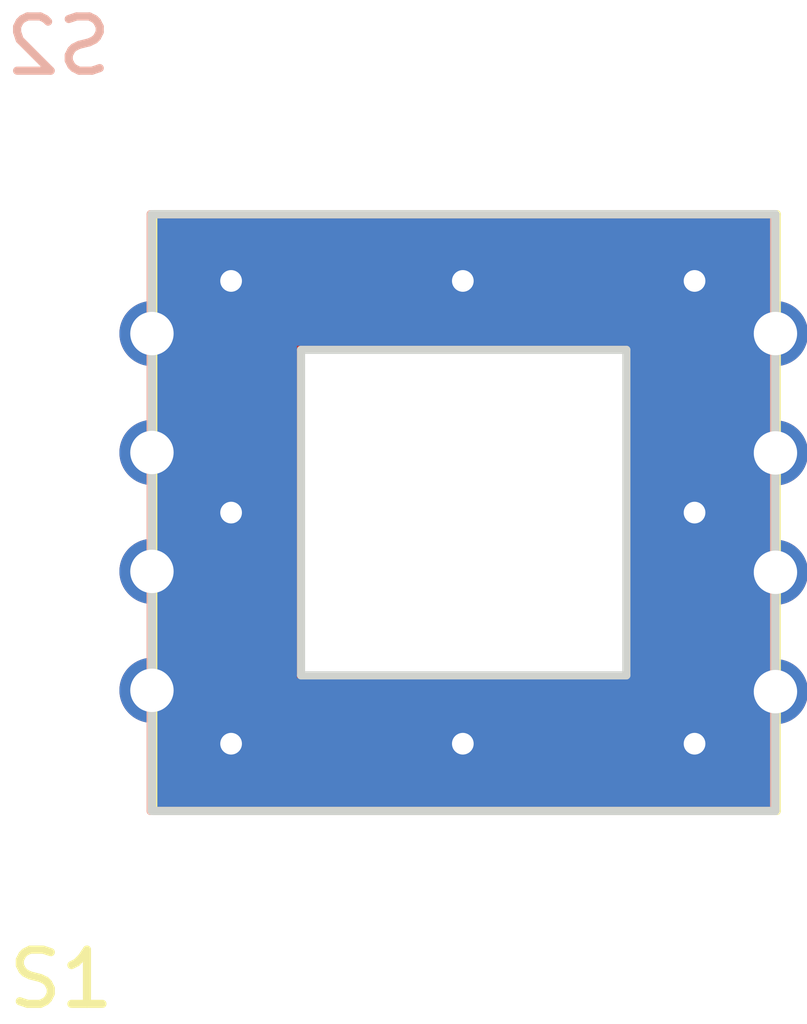
<source format=kicad_pcb>
(kicad_pcb (version 20171130) (host pcbnew 5.0.2-bee76a0~70~ubuntu18.04.1)

  (general
    (thickness 1.6)
    (drawings 10)
    (tracks 26)
    (zones 0)
    (modules 2)
    (nets 2)
  )

  (page A4)
  (layers
    (0 F.Cu signal)
    (31 B.Cu signal)
    (32 B.Adhes user)
    (33 F.Adhes user)
    (34 B.Paste user)
    (35 F.Paste user)
    (36 B.SilkS user)
    (37 F.SilkS user)
    (38 B.Mask user)
    (39 F.Mask user)
    (40 Dwgs.User user)
    (41 Cmts.User user)
    (42 Eco1.User user)
    (43 Eco2.User user)
    (44 Edge.Cuts user)
    (45 Margin user)
    (46 B.CrtYd user)
    (47 F.CrtYd user)
    (48 B.Fab user hide)
    (49 F.Fab user hide)
  )

  (setup
    (last_trace_width 0.25)
    (trace_clearance 0.2)
    (zone_clearance 0.508)
    (zone_45_only no)
    (trace_min 0.2)
    (segment_width 0.2)
    (edge_width 0.2)
    (via_size 0.8)
    (via_drill 0.4)
    (via_min_size 0.4)
    (via_min_drill 0.3)
    (uvia_size 0.3)
    (uvia_drill 0.1)
    (uvias_allowed no)
    (uvia_min_size 0.2)
    (uvia_min_drill 0.1)
    (pcb_text_width 0.3)
    (pcb_text_size 1.5 1.5)
    (mod_edge_width 0.15)
    (mod_text_size 1 1)
    (mod_text_width 0.15)
    (pad_size 10 10)
    (pad_drill 0)
    (pad_to_mask_clearance 0)
    (solder_mask_min_width 0.25)
    (aux_axis_origin 0 0)
    (visible_elements FFFBFF7F)
    (pcbplotparams
      (layerselection 0x010fc_ffffffff)
      (usegerberextensions true)
      (usegerberattributes false)
      (usegerberadvancedattributes false)
      (creategerberjobfile false)
      (excludeedgelayer true)
      (linewidth 0.100000)
      (plotframeref false)
      (viasonmask false)
      (mode 1)
      (useauxorigin false)
      (hpglpennumber 1)
      (hpglpenspeed 20)
      (hpglpendiameter 15.000000)
      (psnegative false)
      (psa4output false)
      (plotreference true)
      (plotvalue true)
      (plotinvisibletext false)
      (padsonsilk false)
      (subtractmaskfromsilk false)
      (outputformat 1)
      (mirror false)
      (drillshape 0)
      (scaleselection 1)
      (outputdirectory "Gerber/"))
  )

  (net 0 "")
  (net 1 "Net-(S1-Pad1)")

  (net_class Default "This is the default net class."
    (clearance 0.2)
    (trace_width 0.25)
    (via_dia 0.8)
    (via_drill 0.4)
    (uvia_dia 0.3)
    (uvia_drill 0.1)
    (add_net "Net-(S1-Pad1)")
  )

  (module mylib:Touch_castellated (layer F.Cu) (tedit 5DAD4CBD) (tstamp 5DAD4E37)
    (at 114.475 64.1)
    (path /5D95D0B5)
    (fp_text reference S1 (at -1.7 14.1) (layer F.SilkS)
      (effects (font (size 1 1) (thickness 0.15)))
    )
    (fp_text value Solder_pad (at 5.8 -19) (layer F.Fab)
      (effects (font (size 1 1) (thickness 0.15)))
    )
    (fp_line (start 0 0) (end 11.5 0) (layer F.SilkS) (width 0.15))
    (fp_line (start 11.5 0) (end 11.5 11) (layer F.SilkS) (width 0.15))
    (fp_line (start 11.5 11) (end 0 11) (layer F.SilkS) (width 0.15))
    (fp_line (start 0 11) (end 0 0) (layer F.SilkS) (width 0.15))
    (pad 1 smd rect (at 5.75 1.25) (size 11.5 2.4) (layers F.Cu F.Paste F.Mask)
      (net 1 "Net-(S1-Pad1)"))
    (pad 1 smd rect (at 5.775 9.775) (size 11.5 2.4) (layers F.Cu F.Paste F.Mask)
      (net 1 "Net-(S1-Pad1)"))
    (pad 1 smd rect (at 1.375 5.575) (size 2.65 7) (layers F.Cu F.Paste F.Mask)
      (net 1 "Net-(S1-Pad1)"))
    (pad 1 smd rect (at 10.125 5.75) (size 2.65 7) (layers F.Cu F.Paste F.Mask)
      (net 1 "Net-(S1-Pad1)"))
  )

  (module mylib:Touch_castellated (layer B.Cu) (tedit 5DAD4CBD) (tstamp 5DAD4E43)
    (at 114.425 75.1)
    (path /5D95E0A8)
    (fp_text reference S2 (at -1.7 -14.1) (layer B.SilkS)
      (effects (font (size 1 1) (thickness 0.15)) (justify mirror))
    )
    (fp_text value Solder_pad (at 5.8 19) (layer B.Fab)
      (effects (font (size 1 1) (thickness 0.15)) (justify mirror))
    )
    (fp_line (start 0 -11) (end 0 0) (layer B.SilkS) (width 0.15))
    (fp_line (start 11.5 -11) (end 0 -11) (layer B.SilkS) (width 0.15))
    (fp_line (start 11.5 0) (end 11.5 -11) (layer B.SilkS) (width 0.15))
    (fp_line (start 0 0) (end 11.5 0) (layer B.SilkS) (width 0.15))
    (pad 1 smd rect (at 10.125 -5.75) (size 2.65 7) (layers B.Cu B.Paste B.Mask)
      (net 1 "Net-(S1-Pad1)"))
    (pad 1 smd rect (at 1.375 -5.575) (size 2.65 7) (layers B.Cu B.Paste B.Mask)
      (net 1 "Net-(S1-Pad1)"))
    (pad 1 smd rect (at 5.775 -9.775) (size 11.5 2.4) (layers B.Cu B.Paste B.Mask)
      (net 1 "Net-(S1-Pad1)"))
    (pad 1 smd rect (at 5.75 -1.25) (size 11.5 2.4) (layers B.Cu B.Paste B.Mask)
      (net 1 "Net-(S1-Pad1)"))
  )

  (gr_line (start 117.2 72.6) (end 117.2 66.6) (layer Edge.Cuts) (width 0.15))
  (gr_line (start 123.2 72.6) (end 117.2 72.6) (layer Edge.Cuts) (width 0.15))
  (gr_line (start 123.2 66.6) (end 123.2 72.6) (layer Edge.Cuts) (width 0.15))
  (gr_line (start 117.2 66.6) (end 123.2 66.6) (layer Edge.Cuts) (width 0.15))
  (gr_line (start 114.45 75.1) (end 125.94 64.09) (layer Dwgs.User) (width 0.15))
  (gr_line (start 114.45 64.1) (end 125.95 75.1) (layer Dwgs.User) (width 0.15))
  (gr_line (start 114.45 75.1) (end 114.45 64.1) (layer Edge.Cuts) (width 0.15))
  (gr_line (start 125.95 75.1) (end 114.45 75.1) (layer Edge.Cuts) (width 0.15) (tstamp 5D95E8DA))
  (gr_line (start 125.95 64.1) (end 125.95 75.1) (layer Edge.Cuts) (width 0.15))
  (gr_line (start 114.45 64.1) (end 125.95 64.1) (layer Edge.Cuts) (width 0.15) (tstamp 5D95E5ED))

  (via (at 114.45 68.491903) (size 1.2) (drill 0.8) (layers F.Cu B.Cu) (net 1))
  (via (at 114.45 70.683806) (size 1.2) (drill 0.8) (layers F.Cu B.Cu) (net 1))
  (via (at 114.45 72.87571) (size 1.2) (drill 0.8) (layers F.Cu B.Cu) (net 1) (tstamp 5D988A43))
  (via (at 125.95 66.3) (size 1.2) (drill 0.8) (layers F.Cu B.Cu) (net 1))
  (via (at 125.95 68.5) (size 1.2) (drill 0.8) (layers F.Cu B.Cu) (net 1))
  (via (at 125.95 70.7) (size 1.2) (drill 0.8) (layers F.Cu B.Cu) (net 1))
  (via (at 125.95 72.9) (size 1.2) (drill 0.8) (layers F.Cu B.Cu) (net 1))
  (via (at 114.45 66.3) (size 1.2) (drill 0.8) (layers F.Cu B.Cu) (net 1) (tstamp 5D988977))
  (via (at 124.458 69.6) (size 0.8) (drill 0.4) (layers F.Cu B.Cu) (net 1))
  (via (at 115.91 69.6) (size 0.8) (drill 0.4) (layers F.Cu B.Cu) (net 1) (tstamp 5D95E75D))
  (via (at 115.91 65.33) (size 0.8) (drill 0.4) (layers F.Cu B.Cu) (net 1))
  (via (at 124.458 65.33) (size 0.8) (drill 0.4) (layers F.Cu B.Cu) (net 1))
  (via (at 115.91 73.86) (size 0.8) (drill 0.4) (layers F.Cu B.Cu) (net 1))
  (via (at 124.458 73.86) (size 0.8) (drill 0.4) (layers F.Cu B.Cu) (net 1))
  (via (at 120.184 65.33) (size 0.8) (drill 0.4) (layers F.Cu B.Cu) (net 1))
  (via (at 120.184 73.86) (size 0.8) (drill 0.4) (layers F.Cu B.Cu) (net 1))
  (segment (start 122.515699 65.35) (end 120.225 65.35) (width 0.25) (layer F.Cu) (net 1))
  (segment (start 124.458 67.292301) (end 122.515699 65.35) (width 0.25) (layer F.Cu) (net 1))
  (segment (start 124.458 69.6) (end 124.458 67.292301) (width 0.25) (layer F.Cu) (net 1))
  (segment (start 115.85 65.925) (end 115.85 69.675) (width 0.25) (layer F.Cu) (net 1))
  (segment (start 116.445 65.33) (end 115.85 65.925) (width 0.25) (layer F.Cu) (net 1))
  (segment (start 120.184 65.33) (end 116.445 65.33) (width 0.25) (layer F.Cu) (net 1))
  (segment (start 119.618315 73.86) (end 120.184 73.86) (width 0.25) (layer F.Cu) (net 1))
  (segment (start 117.894301 73.86) (end 119.618315 73.86) (width 0.25) (layer F.Cu) (net 1))
  (segment (start 115.91 71.875699) (end 117.894301 73.86) (width 0.25) (layer F.Cu) (net 1))
  (segment (start 115.91 69.6) (end 115.91 71.875699) (width 0.25) (layer F.Cu) (net 1))

)

</source>
